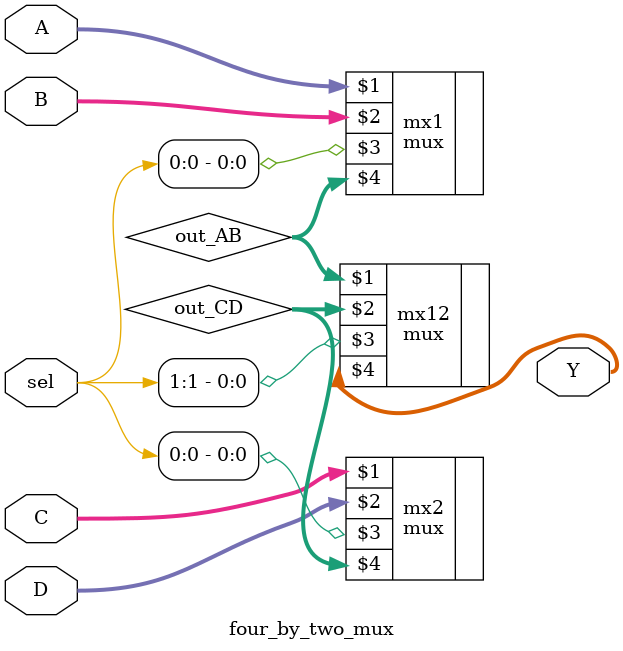
<source format=v>
`timescale 1ns / 1ps
/*******************************************************************
*
* Module: four_by_two_mux.v
* Project: femtoRV32
* Authors: Fekry Mohamed & Mario Ghaly & Freddy Amgad
* Description: Four-by-two multiplexer with parameterized bit-width.
*
**********************************************************************/


module four_by_two_mux #(parameter N= 32)(input [N-1:0] A, B, C, D, input [1:0] sel, output [N-1:0] Y);
    wire [N-1:0] out_AB, out_CD;
    mux #(N) mx1(A, B, sel[0], out_AB);
    mux #(N) mx2(C, D, sel[0], out_CD);
    mux #(N) mx12(out_AB, out_CD, sel[1], Y);
endmodule
</source>
